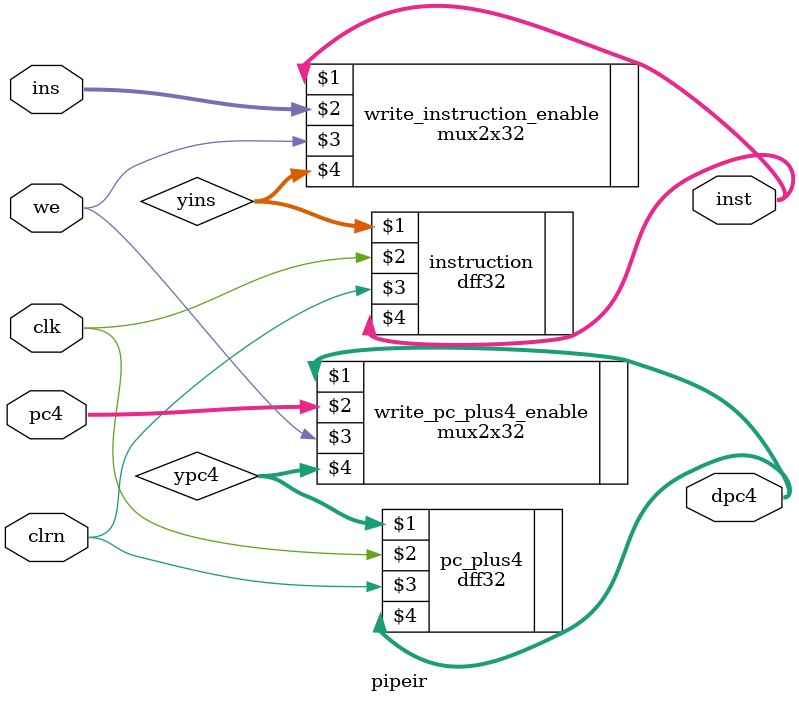
<source format=v>
`timescale 1ns / 1ps
module pipeir(pc4,ins,clk,clrn,dpc4,inst,we
    );
	 input [31:0] pc4,ins;
	 input clk,clrn,we;
	 output [31:0] dpc4,inst;
	 wire [31:0] ypc4, yins;
	 mux2x32 write_pc_plus4_enable(dpc4,pc4,we,ypc4);
	 mux2x32 write_instruction_enable(inst,ins,we,yins);
	 dff32 pc_plus4 (ypc4,clk,clrn,dpc4);
	 dff32 instruction (yins,clk,clrn,inst);
endmodule

</source>
